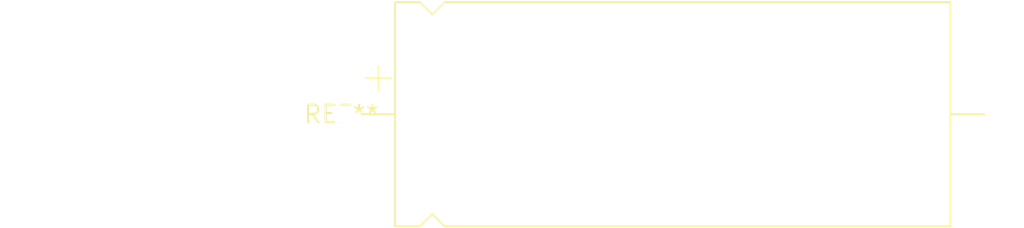
<source format=kicad_pcb>
(kicad_pcb (version 20240108) (generator pcbnew)
  (layers (0 "F.Cu" signal) (31 "B.Cu" signal) (34 "B.Paste" user) (35 "F.Paste" user) (36 "B.SilkS" user "B.Silkscreen") (37 "F.SilkS" user "F.Silkscreen") (38 "B.Mask" user) (39 "F.Mask" user) (44 "Edge.Cuts" user))
  (net 0 "")
  (footprint "CP_Axial_L40.0mm_D16.0mm_P48.00mm_Horizontal" (layer "F.Cu") (at 0 0)
    (property "Reference" "REF**")
    (property "Value" "CP_Axial_L40.0mm_D16.0mm_P48.00mm_Horizontal")
    (fp_line (start 1.44 0) (end 3.88 0) (layer "F.SilkS") (stroke (width 0.12)))
    (fp_line (start 1.78 -2.6) (end 3.58 -2.6) (layer "F.SilkS") (stroke (width 0.12)))
    (fp_line (start 2.68 -3.5) (end 2.68 -1.7) (layer "F.SilkS") (stroke (width 0.12)))
    (fp_line (start 3.88 -8.12) (end 3.88 8.12) (layer "F.SilkS") (stroke (width 0.12)))
    (fp_line (start 3.88 -8.12) (end 5.68 -8.12) (layer "F.SilkS") (stroke (width 0.12)))
    (fp_line (start 3.88 8.12) (end 5.68 8.12) (layer "F.SilkS") (stroke (width 0.12)))
    (fp_line (start 5.68 -8.12) (end 6.58 -7.22) (layer "F.SilkS") (stroke (width 0.12)))
    (fp_line (start 5.68 8.12) (end 6.58 7.22) (layer "F.SilkS") (stroke (width 0.12)))
    (fp_line (start 6.58 -7.22) (end 7.48 -8.12) (layer "F.SilkS") (stroke (width 0.12)))
    (fp_line (start 6.58 7.22) (end 7.48 8.12) (layer "F.SilkS") (stroke (width 0.12)))
    (fp_line (start 7.48 -8.12) (end 44.12 -8.12) (layer "F.SilkS") (stroke (width 0.12)))
    (fp_line (start 7.48 8.12) (end 44.12 8.12) (layer "F.SilkS") (stroke (width 0.12)))
    (fp_line (start 44.12 -8.12) (end 44.12 8.12) (layer "F.SilkS") (stroke (width 0.12)))
    (fp_line (start 46.56 0) (end 44.12 0) (layer "F.SilkS") (stroke (width 0.12)))
    (pad "1" thru_hole rect (at 0 0) (size 2.4 2.4) (drill 1.2) (layers *.Cu *.Mask) (remove_unused_layers))
    (pad "2" thru_hole oval (at 48 0) (size 2.4 2.4) (drill 1.2) (layers *.Cu *.Mask) (remove_unused_layers))
  )
)
</source>
